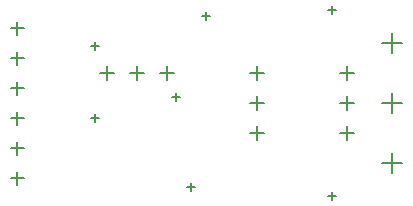
<source format=gbr>
%TF.GenerationSoftware,Altium Limited,Altium Designer,21.3.0 (21)*%
G04 Layer_Color=128*
%FSLAX45Y45*%
%MOMM*%
%TF.SameCoordinates,FC24DA46-C209-461C-A341-196A143AB96F*%
%TF.FilePolarity,Positive*%
%TF.FileFunction,Drillmap*%
%TF.Part,Single*%
G01*
G75*
%TA.AperFunction,NonConductor*%
%ADD38C,0.12700*%
D38*
X22805000Y19177000D02*
X22914999D01*
X22860001Y19122000D02*
Y19232001D01*
X22805000Y19431000D02*
X22914999D01*
X22860001Y19375999D02*
Y19486000D01*
X22805000Y19685001D02*
X22914999D01*
X22860001Y19630000D02*
Y19739999D01*
X22805000Y19939000D02*
X22914999D01*
X22860001Y19884000D02*
Y19994000D01*
X22805000Y20447000D02*
X22914999D01*
X22860001Y20392000D02*
Y20502000D01*
X22805000Y20192999D02*
X22914999D01*
X22860001Y20138000D02*
Y20248000D01*
X25950000Y19303999D02*
X26120001D01*
X26035001Y19219000D02*
Y19389000D01*
X25950000Y19812000D02*
X26120001D01*
X26035001Y19727000D02*
Y19897000D01*
X25950000Y20320000D02*
X26120001D01*
X26035001Y20235001D02*
Y20405000D01*
X25594000Y20066000D02*
X25714001D01*
X25654001Y20006000D02*
Y20125999D01*
X25594000Y19812000D02*
X25714001D01*
X25654001Y19752000D02*
Y19872000D01*
X25594000Y19558000D02*
X25714001D01*
X25654001Y19498000D02*
Y19617999D01*
X24070000Y20066000D02*
X24189999D01*
X24130000Y20006000D02*
Y20125999D01*
X23816000Y20066000D02*
X23936000D01*
X23875999Y20006000D02*
Y20125999D01*
X23562000Y20066000D02*
X23682001D01*
X23622000Y20006000D02*
Y20125999D01*
X24832001Y19558000D02*
X24952000D01*
X24892000Y19498000D02*
Y19617999D01*
X24832001Y19812000D02*
X24952000D01*
X24892000Y19752000D02*
Y19872000D01*
X24832001Y20066000D02*
X24952000D01*
X24892000Y20006000D02*
Y20125999D01*
X23484840Y19685001D02*
X23555960D01*
X23520399Y19649440D02*
Y19720560D01*
X23484840Y20294600D02*
X23555960D01*
X23520399Y20259039D02*
Y20330161D01*
X24170641Y19862801D02*
X24241760D01*
X24206200Y19827240D02*
Y19898360D01*
X24297639Y19100800D02*
X24368761D01*
X24333200Y19065240D02*
Y19136360D01*
X24424640Y20548599D02*
X24495760D01*
X24460201Y20513040D02*
Y20584160D01*
X25491440Y19024600D02*
X25562560D01*
X25527000Y18989040D02*
Y19060159D01*
X25491440Y20599400D02*
X25562560D01*
X25527000Y20563840D02*
Y20634959D01*
%TF.MD5,49882e84ecc1a7805375bbbb45c61c54*%
M02*

</source>
